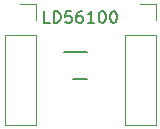
<source format=gbr>
G04 #@! TF.GenerationSoftware,KiCad,Pcbnew,(5.1.5-0-10_14)*
G04 #@! TF.CreationDate,2020-07-28T17:04:35-06:00*
G04 #@! TF.ProjectId,LD56100,4c443536-3130-4302-9e6b-696361645f70,rev?*
G04 #@! TF.SameCoordinates,Original*
G04 #@! TF.FileFunction,Legend,Top*
G04 #@! TF.FilePolarity,Positive*
%FSLAX46Y46*%
G04 Gerber Fmt 4.6, Leading zero omitted, Abs format (unit mm)*
G04 Created by KiCad (PCBNEW (5.1.5-0-10_14)) date 2020-07-28 17:04:35*
%MOMM*%
%LPD*%
G04 APERTURE LIST*
%ADD10C,0.150000*%
%ADD11C,0.120000*%
G04 APERTURE END LIST*
D10*
X142208571Y-85288380D02*
X141732380Y-85288380D01*
X141732380Y-84288380D01*
X142541904Y-85288380D02*
X142541904Y-84288380D01*
X142780000Y-84288380D01*
X142922857Y-84336000D01*
X143018095Y-84431238D01*
X143065714Y-84526476D01*
X143113333Y-84716952D01*
X143113333Y-84859809D01*
X143065714Y-85050285D01*
X143018095Y-85145523D01*
X142922857Y-85240761D01*
X142780000Y-85288380D01*
X142541904Y-85288380D01*
X144018095Y-84288380D02*
X143541904Y-84288380D01*
X143494285Y-84764571D01*
X143541904Y-84716952D01*
X143637142Y-84669333D01*
X143875238Y-84669333D01*
X143970476Y-84716952D01*
X144018095Y-84764571D01*
X144065714Y-84859809D01*
X144065714Y-85097904D01*
X144018095Y-85193142D01*
X143970476Y-85240761D01*
X143875238Y-85288380D01*
X143637142Y-85288380D01*
X143541904Y-85240761D01*
X143494285Y-85193142D01*
X144922857Y-84288380D02*
X144732380Y-84288380D01*
X144637142Y-84336000D01*
X144589523Y-84383619D01*
X144494285Y-84526476D01*
X144446666Y-84716952D01*
X144446666Y-85097904D01*
X144494285Y-85193142D01*
X144541904Y-85240761D01*
X144637142Y-85288380D01*
X144827619Y-85288380D01*
X144922857Y-85240761D01*
X144970476Y-85193142D01*
X145018095Y-85097904D01*
X145018095Y-84859809D01*
X144970476Y-84764571D01*
X144922857Y-84716952D01*
X144827619Y-84669333D01*
X144637142Y-84669333D01*
X144541904Y-84716952D01*
X144494285Y-84764571D01*
X144446666Y-84859809D01*
X145970476Y-85288380D02*
X145399047Y-85288380D01*
X145684761Y-85288380D02*
X145684761Y-84288380D01*
X145589523Y-84431238D01*
X145494285Y-84526476D01*
X145399047Y-84574095D01*
X146589523Y-84288380D02*
X146684761Y-84288380D01*
X146780000Y-84336000D01*
X146827619Y-84383619D01*
X146875238Y-84478857D01*
X146922857Y-84669333D01*
X146922857Y-84907428D01*
X146875238Y-85097904D01*
X146827619Y-85193142D01*
X146780000Y-85240761D01*
X146684761Y-85288380D01*
X146589523Y-85288380D01*
X146494285Y-85240761D01*
X146446666Y-85193142D01*
X146399047Y-85097904D01*
X146351428Y-84907428D01*
X146351428Y-84669333D01*
X146399047Y-84478857D01*
X146446666Y-84383619D01*
X146494285Y-84336000D01*
X146589523Y-84288380D01*
X147541904Y-84288380D02*
X147637142Y-84288380D01*
X147732380Y-84336000D01*
X147780000Y-84383619D01*
X147827619Y-84478857D01*
X147875238Y-84669333D01*
X147875238Y-84907428D01*
X147827619Y-85097904D01*
X147780000Y-85193142D01*
X147732380Y-85240761D01*
X147637142Y-85288380D01*
X147541904Y-85288380D01*
X147446666Y-85240761D01*
X147399047Y-85193142D01*
X147351428Y-85097904D01*
X147303809Y-84907428D01*
X147303809Y-84669333D01*
X147351428Y-84478857D01*
X147399047Y-84383619D01*
X147446666Y-84336000D01*
X147541904Y-84288380D01*
D11*
X149860000Y-83670000D02*
X151190000Y-83670000D01*
X151190000Y-83670000D02*
X151190000Y-85000000D01*
X151190000Y-86270000D02*
X151190000Y-93950000D01*
X148530000Y-93950000D02*
X151190000Y-93950000D01*
X148530000Y-86270000D02*
X148530000Y-93950000D01*
X148530000Y-86270000D02*
X151190000Y-86270000D01*
X139700000Y-83670000D02*
X141030000Y-83670000D01*
X141030000Y-83670000D02*
X141030000Y-85000000D01*
X141030000Y-86270000D02*
X141030000Y-93950000D01*
X138370000Y-93950000D02*
X141030000Y-93950000D01*
X138370000Y-86270000D02*
X138370000Y-93950000D01*
X138370000Y-86270000D02*
X141030000Y-86270000D01*
D10*
X143430000Y-87775000D02*
X145355000Y-87775000D01*
X144205000Y-90025000D02*
X145355000Y-90025000D01*
M02*

</source>
